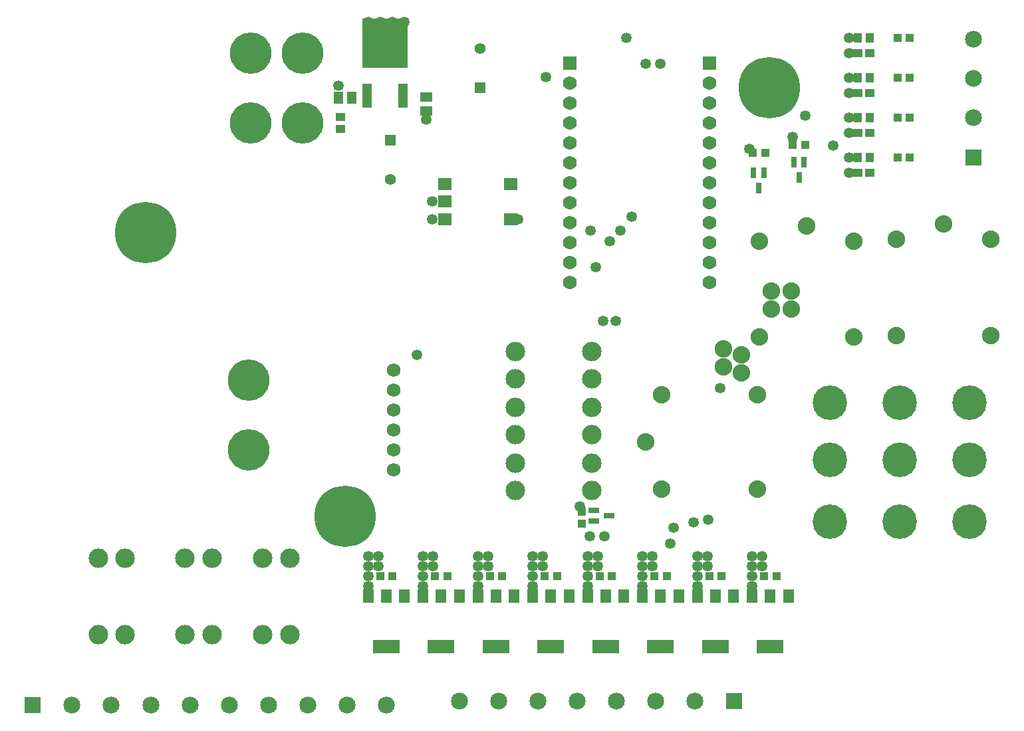
<source format=gts>
G04*
G04 #@! TF.GenerationSoftware,Altium Limited,Altium Designer,21.6.4 (81)*
G04*
G04 Layer_Color=8388736*
%FSLAX25Y25*%
%MOIN*%
G70*
G04*
G04 #@! TF.SameCoordinates,954FB955-D8E7-4683-B3BB-D37EB7A61878*
G04*
G04*
G04 #@! TF.FilePolarity,Negative*
G04*
G01*
G75*
%ADD30R,0.04461X0.04225*%
%ADD31R,0.05200X0.02600*%
%ADD32R,0.04225X0.04461*%
%ADD33R,0.05524X0.07099*%
%ADD34R,0.13792X0.07099*%
%ADD35R,0.05131X0.06233*%
%ADD36R,0.04698X0.04461*%
%ADD37R,0.07099X0.06312*%
%ADD38R,0.06233X0.05131*%
%ADD39R,0.22965X0.24776*%
%ADD40R,0.04619X0.11942*%
%ADD41R,0.02600X0.05200*%
%ADD42R,0.04343X0.04619*%
%ADD43R,0.04540X0.04461*%
%ADD44C,0.09800*%
%ADD45C,0.08477*%
%ADD46R,0.08477X0.08477*%
%ADD47R,0.08477X0.08477*%
%ADD48C,0.17300*%
%ADD49C,0.05524*%
%ADD50R,0.05524X0.05524*%
%ADD51C,0.20800*%
%ADD52C,0.08800*%
%ADD53C,0.06800*%
%ADD54C,0.06942*%
%ADD55R,0.06942X0.06942*%
%ADD56C,0.05300*%
%ADD57C,0.30800*%
D30*
X286000Y111429D02*
D03*
Y117571D02*
D03*
D31*
X299800Y115500D02*
D03*
X292200Y112900D02*
D03*
Y118100D02*
D03*
D32*
X377529Y85000D02*
D03*
X383671D02*
D03*
X350029D02*
D03*
X356171D02*
D03*
X322529D02*
D03*
X328671D02*
D03*
X295029D02*
D03*
X301171D02*
D03*
X267529D02*
D03*
X273671D02*
D03*
X240029D02*
D03*
X246171D02*
D03*
X212529D02*
D03*
X218671D02*
D03*
X185029D02*
D03*
X191171D02*
D03*
X378071Y297500D02*
D03*
X371929D02*
D03*
X450571Y355000D02*
D03*
X444429D02*
D03*
X450571Y335000D02*
D03*
X444429D02*
D03*
X450571Y315000D02*
D03*
X444429D02*
D03*
X450571Y295000D02*
D03*
X444429D02*
D03*
X398071Y301500D02*
D03*
X391929D02*
D03*
D33*
X179045Y75098D02*
D03*
X188100D02*
D03*
X197155D02*
D03*
X206545D02*
D03*
X215600D02*
D03*
X224655D02*
D03*
X234045D02*
D03*
X243100D02*
D03*
X252155D02*
D03*
X261545D02*
D03*
X270600D02*
D03*
X279655D02*
D03*
X289045D02*
D03*
X298100D02*
D03*
X307155D02*
D03*
X316545D02*
D03*
X325600D02*
D03*
X334655D02*
D03*
X344045D02*
D03*
X353100D02*
D03*
X362155D02*
D03*
X371545D02*
D03*
X380600D02*
D03*
X389655D02*
D03*
D34*
X188100Y49902D02*
D03*
X215600D02*
D03*
X243100D02*
D03*
X270600D02*
D03*
X298100D02*
D03*
X325600D02*
D03*
X353100D02*
D03*
X380600D02*
D03*
D35*
X164102Y325000D02*
D03*
X170898D02*
D03*
D36*
X165000Y315531D02*
D03*
Y309469D02*
D03*
D37*
X217465Y273000D02*
D03*
Y281858D02*
D03*
Y264142D02*
D03*
X250535D02*
D03*
Y281858D02*
D03*
D38*
X208000Y318602D02*
D03*
Y325398D02*
D03*
D39*
X187500Y352382D02*
D03*
D40*
X196516Y326201D02*
D03*
X178484D02*
D03*
D41*
X377500Y287500D02*
D03*
X372300D02*
D03*
X374900Y279900D02*
D03*
X397600Y292800D02*
D03*
X392400D02*
D03*
X395000Y285200D02*
D03*
D42*
X424508Y355000D02*
D03*
X430492D02*
D03*
X424508Y335000D02*
D03*
X430492D02*
D03*
X424508Y315000D02*
D03*
X430492D02*
D03*
X424508Y295000D02*
D03*
X430492D02*
D03*
D43*
X424594Y347500D02*
D03*
X430406D02*
D03*
X424594Y327500D02*
D03*
X430406D02*
D03*
X424594Y307500D02*
D03*
X430406D02*
D03*
X424594Y287500D02*
D03*
X430406D02*
D03*
D44*
X291200Y197700D02*
D03*
Y184300D02*
D03*
X252800Y197700D02*
D03*
Y184300D02*
D03*
X291200Y169700D02*
D03*
Y156300D02*
D03*
X252800Y169700D02*
D03*
Y156300D02*
D03*
X126300Y94200D02*
D03*
X139700D02*
D03*
X126300Y55800D02*
D03*
X139700D02*
D03*
X87300Y94200D02*
D03*
X100700D02*
D03*
X87300Y55800D02*
D03*
X100700D02*
D03*
X43900Y94200D02*
D03*
X57300D02*
D03*
X43900Y55800D02*
D03*
X57300D02*
D03*
X291200Y141700D02*
D03*
Y128300D02*
D03*
X252800Y141700D02*
D03*
Y128300D02*
D03*
D45*
X482500Y354370D02*
D03*
Y334685D02*
D03*
Y315000D02*
D03*
X224675Y22500D02*
D03*
X244360D02*
D03*
X264045D02*
D03*
X283730D02*
D03*
X303415D02*
D03*
X323100D02*
D03*
X342785D02*
D03*
X30620Y20472D02*
D03*
X50305D02*
D03*
X69990D02*
D03*
X89675D02*
D03*
X109360D02*
D03*
X129045D02*
D03*
X148730D02*
D03*
X168415D02*
D03*
X188100D02*
D03*
D46*
X482500Y295315D02*
D03*
D47*
X362470Y22500D02*
D03*
X10935Y20472D02*
D03*
D48*
X480600Y172000D02*
D03*
Y143500D02*
D03*
Y112500D02*
D03*
X445600D02*
D03*
Y143500D02*
D03*
Y172000D02*
D03*
X410600D02*
D03*
Y143500D02*
D03*
Y112500D02*
D03*
D49*
X190000Y284157D02*
D03*
X235000Y349843D02*
D03*
D50*
X190000Y303842D02*
D03*
X235000Y330157D02*
D03*
D51*
X120000Y347500D02*
D03*
X146000D02*
D03*
X120000Y312500D02*
D03*
X146000D02*
D03*
X119250Y148500D02*
D03*
Y183500D02*
D03*
D52*
X467500Y261890D02*
D03*
X443878Y254016D02*
D03*
X374016Y128878D02*
D03*
X325984D02*
D03*
X318110Y152500D02*
D03*
X325984Y176122D02*
D03*
X374016D02*
D03*
X375256Y205000D02*
D03*
Y253031D02*
D03*
X398878Y260906D02*
D03*
X422500Y253031D02*
D03*
Y205000D02*
D03*
X443878Y205984D02*
D03*
X491122Y254016D02*
D03*
Y205984D02*
D03*
X366000Y196000D02*
D03*
Y187000D02*
D03*
X357000Y199000D02*
D03*
Y190000D02*
D03*
X381000Y219000D02*
D03*
Y228000D02*
D03*
X391000Y219000D02*
D03*
Y228000D02*
D03*
D53*
X191750Y138500D02*
D03*
Y148500D02*
D03*
Y158500D02*
D03*
Y188500D02*
D03*
Y178500D02*
D03*
Y168500D02*
D03*
D54*
X350000Y302500D02*
D03*
Y312500D02*
D03*
Y322500D02*
D03*
Y332500D02*
D03*
Y252500D02*
D03*
Y262500D02*
D03*
Y272500D02*
D03*
Y282500D02*
D03*
Y292500D02*
D03*
Y242500D02*
D03*
Y232500D02*
D03*
X280000Y302500D02*
D03*
Y312500D02*
D03*
Y322500D02*
D03*
Y332500D02*
D03*
Y252500D02*
D03*
Y262500D02*
D03*
Y272500D02*
D03*
Y282500D02*
D03*
Y292500D02*
D03*
Y242500D02*
D03*
Y232500D02*
D03*
D55*
X350000Y342500D02*
D03*
X280000D02*
D03*
D56*
X355500Y179500D02*
D03*
X303000Y213000D02*
D03*
X296755Y213245D02*
D03*
X285000Y120000D02*
D03*
X290000Y105000D02*
D03*
X297500D02*
D03*
X211000Y273000D02*
D03*
Y264000D02*
D03*
X254000D02*
D03*
X420000Y327500D02*
D03*
X370030Y299530D02*
D03*
X342000Y112000D02*
D03*
X349500Y113500D02*
D03*
X330500Y101500D02*
D03*
X332000Y109500D02*
D03*
X311000Y265500D02*
D03*
X412000Y301000D02*
D03*
X268000Y335500D02*
D03*
X308500Y355000D02*
D03*
X398000Y316000D02*
D03*
X318000Y342000D02*
D03*
X290500Y258500D02*
D03*
X305500D02*
D03*
X293000Y240000D02*
D03*
X300000Y253000D02*
D03*
X325500Y342000D02*
D03*
X203500Y196000D02*
D03*
X391929Y305429D02*
D03*
X420000Y287500D02*
D03*
Y295000D02*
D03*
Y307500D02*
D03*
Y315000D02*
D03*
Y335000D02*
D03*
Y347500D02*
D03*
Y355000D02*
D03*
X371500Y80000D02*
D03*
Y85000D02*
D03*
Y90000D02*
D03*
X376500D02*
D03*
X371500Y95000D02*
D03*
X376500D02*
D03*
X344000Y80000D02*
D03*
Y85000D02*
D03*
Y90000D02*
D03*
X349000D02*
D03*
X344000Y95000D02*
D03*
X349000D02*
D03*
X316500Y80000D02*
D03*
Y85000D02*
D03*
Y90000D02*
D03*
X321500D02*
D03*
X316500Y95000D02*
D03*
X321500D02*
D03*
X289000Y80000D02*
D03*
Y85000D02*
D03*
Y90000D02*
D03*
X294000D02*
D03*
X289000Y95000D02*
D03*
X294000D02*
D03*
X261500Y80000D02*
D03*
Y85000D02*
D03*
Y90000D02*
D03*
X266500D02*
D03*
X261500Y95000D02*
D03*
X266500D02*
D03*
X179000Y80000D02*
D03*
Y85000D02*
D03*
Y90000D02*
D03*
X184000D02*
D03*
X179000Y95000D02*
D03*
X184000D02*
D03*
X234000Y80000D02*
D03*
Y85000D02*
D03*
Y90000D02*
D03*
X239000D02*
D03*
X234000Y95000D02*
D03*
X239000D02*
D03*
X211500D02*
D03*
X206500D02*
D03*
X211500Y90000D02*
D03*
X206500D02*
D03*
Y85000D02*
D03*
Y80000D02*
D03*
X197000Y363000D02*
D03*
X191000D02*
D03*
X185000D02*
D03*
X179000D02*
D03*
X164000Y331000D02*
D03*
X208000Y314000D02*
D03*
D57*
X380000Y330000D02*
D03*
X167500Y115000D02*
D03*
X67500Y257500D02*
D03*
M02*

</source>
